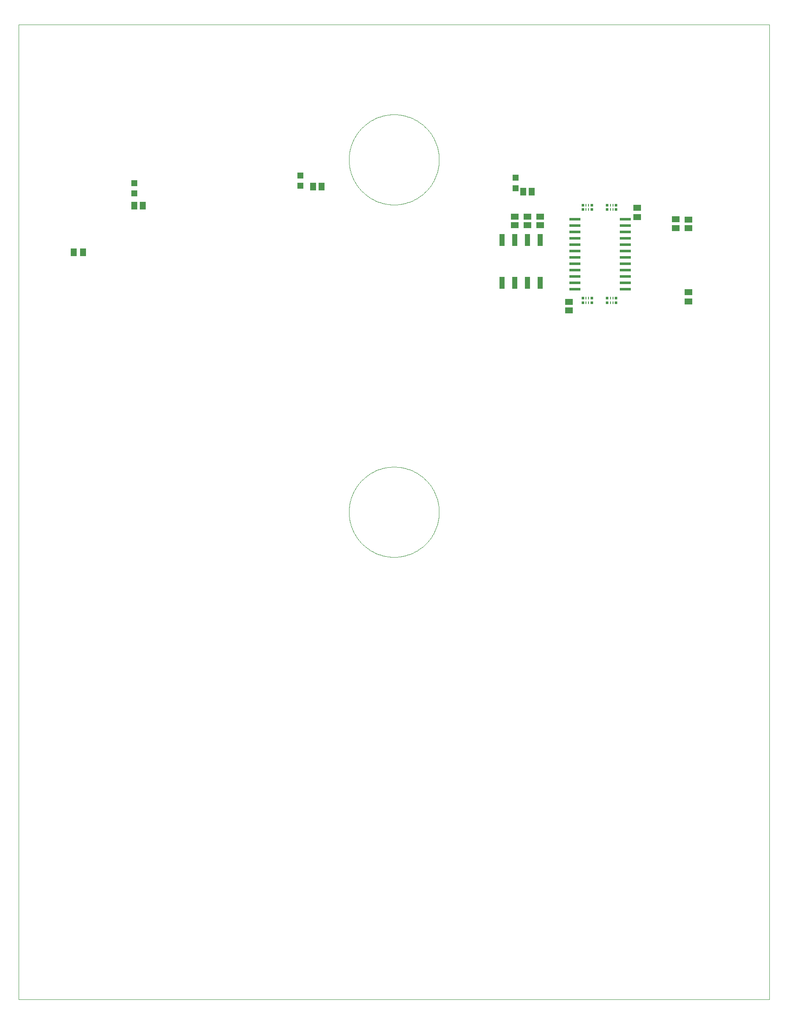
<source format=gtp>
G04 EAGLE Gerber X2 export*
%TF.Part,Single*%
%TF.FileFunction,Other,Solder paste top*%
%TF.FilePolarity,Positive*%
%TF.GenerationSoftware,Autodesk,EAGLE,9.1.1*%
%TF.CreationDate,2018-08-10T14:31:17Z*%
G75*
%MOMM*%
%FSLAX34Y34*%
%LPD*%
%AMOC8*
5,1,8,0,0,1.08239X$1,22.5*%
G01*
%ADD10C,0.001000*%
%ADD11R,1.500000X1.300000*%
%ADD12R,2.209800X0.609600*%
%ADD13R,1.130000X2.440000*%
%ADD14R,0.525000X0.500000*%
%ADD15R,0.250000X0.500000*%
%ADD16R,1.300000X1.500000*%
%ADD17R,1.200000X1.200000*%


D10*
X-100000Y0D02*
X1400000Y0D01*
X1400000Y1947239D01*
X-100000Y1947239D01*
X-100000Y0D01*
X560000Y973620D02*
X560027Y975829D01*
X560108Y978036D01*
X560244Y980241D01*
X560433Y982442D01*
X560677Y984637D01*
X560974Y986826D01*
X561325Y989007D01*
X561729Y991178D01*
X562187Y993339D01*
X562697Y995488D01*
X563260Y997624D01*
X563875Y999746D01*
X564542Y1001851D01*
X565261Y1003940D01*
X566031Y1006011D01*
X566851Y1008062D01*
X567721Y1010092D01*
X568641Y1012100D01*
X569610Y1014085D01*
X570627Y1016046D01*
X571692Y1017981D01*
X572804Y1019889D01*
X573963Y1021770D01*
X575168Y1023621D01*
X576417Y1025443D01*
X577711Y1027233D01*
X579049Y1028991D01*
X580429Y1030715D01*
X581851Y1032406D01*
X583314Y1034060D01*
X584818Y1035679D01*
X586360Y1037260D01*
X587941Y1038802D01*
X589560Y1040306D01*
X591214Y1041769D01*
X592905Y1043191D01*
X594629Y1044571D01*
X596387Y1045909D01*
X598177Y1047203D01*
X599999Y1048452D01*
X601850Y1049657D01*
X603731Y1050816D01*
X605639Y1051928D01*
X607574Y1052993D01*
X609535Y1054010D01*
X611520Y1054979D01*
X613528Y1055899D01*
X615558Y1056769D01*
X617609Y1057589D01*
X619680Y1058359D01*
X621769Y1059078D01*
X623874Y1059745D01*
X625996Y1060360D01*
X628132Y1060923D01*
X630281Y1061433D01*
X632442Y1061891D01*
X634613Y1062295D01*
X636794Y1062646D01*
X638983Y1062943D01*
X641178Y1063187D01*
X643379Y1063376D01*
X645584Y1063512D01*
X647791Y1063593D01*
X650000Y1063620D01*
X652209Y1063593D01*
X654416Y1063512D01*
X656621Y1063376D01*
X658822Y1063187D01*
X661017Y1062943D01*
X663206Y1062646D01*
X665387Y1062295D01*
X667558Y1061891D01*
X669719Y1061433D01*
X671868Y1060923D01*
X674004Y1060360D01*
X676126Y1059745D01*
X678231Y1059078D01*
X680320Y1058359D01*
X682391Y1057589D01*
X684442Y1056769D01*
X686472Y1055899D01*
X688480Y1054979D01*
X690465Y1054010D01*
X692426Y1052993D01*
X694361Y1051928D01*
X696269Y1050816D01*
X698150Y1049657D01*
X700001Y1048452D01*
X701823Y1047203D01*
X703613Y1045909D01*
X705371Y1044571D01*
X707095Y1043191D01*
X708786Y1041769D01*
X710440Y1040306D01*
X712059Y1038802D01*
X713640Y1037260D01*
X715182Y1035679D01*
X716686Y1034060D01*
X718149Y1032406D01*
X719571Y1030715D01*
X720951Y1028991D01*
X722289Y1027233D01*
X723583Y1025443D01*
X724832Y1023621D01*
X726037Y1021770D01*
X727196Y1019889D01*
X728308Y1017981D01*
X729373Y1016046D01*
X730390Y1014085D01*
X731359Y1012100D01*
X732279Y1010092D01*
X733149Y1008062D01*
X733969Y1006011D01*
X734739Y1003940D01*
X735458Y1001851D01*
X736125Y999746D01*
X736740Y997624D01*
X737303Y995488D01*
X737813Y993339D01*
X738271Y991178D01*
X738675Y989007D01*
X739026Y986826D01*
X739323Y984637D01*
X739567Y982442D01*
X739756Y980241D01*
X739892Y978036D01*
X739973Y975829D01*
X740000Y973620D01*
X739973Y971411D01*
X739892Y969204D01*
X739756Y966999D01*
X739567Y964798D01*
X739323Y962603D01*
X739026Y960414D01*
X738675Y958233D01*
X738271Y956062D01*
X737813Y953901D01*
X737303Y951752D01*
X736740Y949616D01*
X736125Y947494D01*
X735458Y945389D01*
X734739Y943300D01*
X733969Y941229D01*
X733149Y939178D01*
X732279Y937148D01*
X731359Y935140D01*
X730390Y933155D01*
X729373Y931194D01*
X728308Y929259D01*
X727196Y927351D01*
X726037Y925470D01*
X724832Y923619D01*
X723583Y921797D01*
X722289Y920007D01*
X720951Y918249D01*
X719571Y916525D01*
X718149Y914834D01*
X716686Y913180D01*
X715182Y911561D01*
X713640Y909980D01*
X712059Y908438D01*
X710440Y906934D01*
X708786Y905471D01*
X707095Y904049D01*
X705371Y902669D01*
X703613Y901331D01*
X701823Y900037D01*
X700001Y898788D01*
X698150Y897583D01*
X696269Y896424D01*
X694361Y895312D01*
X692426Y894247D01*
X690465Y893230D01*
X688480Y892261D01*
X686472Y891341D01*
X684442Y890471D01*
X682391Y889651D01*
X680320Y888881D01*
X678231Y888162D01*
X676126Y887495D01*
X674004Y886880D01*
X671868Y886317D01*
X669719Y885807D01*
X667558Y885349D01*
X665387Y884945D01*
X663206Y884594D01*
X661017Y884297D01*
X658822Y884053D01*
X656621Y883864D01*
X654416Y883728D01*
X652209Y883647D01*
X650000Y883620D01*
X647791Y883647D01*
X645584Y883728D01*
X643379Y883864D01*
X641178Y884053D01*
X638983Y884297D01*
X636794Y884594D01*
X634613Y884945D01*
X632442Y885349D01*
X630281Y885807D01*
X628132Y886317D01*
X625996Y886880D01*
X623874Y887495D01*
X621769Y888162D01*
X619680Y888881D01*
X617609Y889651D01*
X615558Y890471D01*
X613528Y891341D01*
X611520Y892261D01*
X609535Y893230D01*
X607574Y894247D01*
X605639Y895312D01*
X603731Y896424D01*
X601850Y897583D01*
X599999Y898788D01*
X598177Y900037D01*
X596387Y901331D01*
X594629Y902669D01*
X592905Y904049D01*
X591214Y905471D01*
X589560Y906934D01*
X587941Y908438D01*
X586360Y909980D01*
X584818Y911561D01*
X583314Y913180D01*
X581851Y914834D01*
X580429Y916525D01*
X579049Y918249D01*
X577711Y920007D01*
X576417Y921797D01*
X575168Y923619D01*
X573963Y925470D01*
X572804Y927351D01*
X571692Y929259D01*
X570627Y931194D01*
X569610Y933155D01*
X568641Y935140D01*
X567721Y937148D01*
X566851Y939178D01*
X566031Y941229D01*
X565261Y943300D01*
X564542Y945389D01*
X563875Y947494D01*
X563260Y949616D01*
X562697Y951752D01*
X562187Y953901D01*
X561729Y956062D01*
X561325Y958233D01*
X560974Y960414D01*
X560677Y962603D01*
X560433Y964798D01*
X560244Y966999D01*
X560108Y969204D01*
X560027Y971411D01*
X560000Y973620D01*
X560000Y1677239D02*
X560027Y1679448D01*
X560108Y1681655D01*
X560244Y1683860D01*
X560433Y1686061D01*
X560677Y1688256D01*
X560974Y1690445D01*
X561325Y1692626D01*
X561729Y1694797D01*
X562187Y1696958D01*
X562697Y1699107D01*
X563260Y1701243D01*
X563875Y1703365D01*
X564542Y1705470D01*
X565261Y1707559D01*
X566031Y1709630D01*
X566851Y1711681D01*
X567721Y1713711D01*
X568641Y1715719D01*
X569610Y1717704D01*
X570627Y1719665D01*
X571692Y1721600D01*
X572804Y1723508D01*
X573963Y1725389D01*
X575168Y1727240D01*
X576417Y1729062D01*
X577711Y1730852D01*
X579049Y1732610D01*
X580429Y1734334D01*
X581851Y1736025D01*
X583314Y1737679D01*
X584818Y1739298D01*
X586360Y1740879D01*
X587941Y1742421D01*
X589560Y1743925D01*
X591214Y1745388D01*
X592905Y1746810D01*
X594629Y1748190D01*
X596387Y1749528D01*
X598177Y1750822D01*
X599999Y1752071D01*
X601850Y1753276D01*
X603731Y1754435D01*
X605639Y1755547D01*
X607574Y1756612D01*
X609535Y1757629D01*
X611520Y1758598D01*
X613528Y1759518D01*
X615558Y1760388D01*
X617609Y1761208D01*
X619680Y1761978D01*
X621769Y1762697D01*
X623874Y1763364D01*
X625996Y1763979D01*
X628132Y1764542D01*
X630281Y1765052D01*
X632442Y1765510D01*
X634613Y1765914D01*
X636794Y1766265D01*
X638983Y1766562D01*
X641178Y1766806D01*
X643379Y1766995D01*
X645584Y1767131D01*
X647791Y1767212D01*
X650000Y1767239D01*
X652209Y1767212D01*
X654416Y1767131D01*
X656621Y1766995D01*
X658822Y1766806D01*
X661017Y1766562D01*
X663206Y1766265D01*
X665387Y1765914D01*
X667558Y1765510D01*
X669719Y1765052D01*
X671868Y1764542D01*
X674004Y1763979D01*
X676126Y1763364D01*
X678231Y1762697D01*
X680320Y1761978D01*
X682391Y1761208D01*
X684442Y1760388D01*
X686472Y1759518D01*
X688480Y1758598D01*
X690465Y1757629D01*
X692426Y1756612D01*
X694361Y1755547D01*
X696269Y1754435D01*
X698150Y1753276D01*
X700001Y1752071D01*
X701823Y1750822D01*
X703613Y1749528D01*
X705371Y1748190D01*
X707095Y1746810D01*
X708786Y1745388D01*
X710440Y1743925D01*
X712059Y1742421D01*
X713640Y1740879D01*
X715182Y1739298D01*
X716686Y1737679D01*
X718149Y1736025D01*
X719571Y1734334D01*
X720951Y1732610D01*
X722289Y1730852D01*
X723583Y1729062D01*
X724832Y1727240D01*
X726037Y1725389D01*
X727196Y1723508D01*
X728308Y1721600D01*
X729373Y1719665D01*
X730390Y1717704D01*
X731359Y1715719D01*
X732279Y1713711D01*
X733149Y1711681D01*
X733969Y1709630D01*
X734739Y1707559D01*
X735458Y1705470D01*
X736125Y1703365D01*
X736740Y1701243D01*
X737303Y1699107D01*
X737813Y1696958D01*
X738271Y1694797D01*
X738675Y1692626D01*
X739026Y1690445D01*
X739323Y1688256D01*
X739567Y1686061D01*
X739756Y1683860D01*
X739892Y1681655D01*
X739973Y1679448D01*
X740000Y1677239D01*
X739973Y1675030D01*
X739892Y1672823D01*
X739756Y1670618D01*
X739567Y1668417D01*
X739323Y1666222D01*
X739026Y1664033D01*
X738675Y1661852D01*
X738271Y1659681D01*
X737813Y1657520D01*
X737303Y1655371D01*
X736740Y1653235D01*
X736125Y1651113D01*
X735458Y1649008D01*
X734739Y1646919D01*
X733969Y1644848D01*
X733149Y1642797D01*
X732279Y1640767D01*
X731359Y1638759D01*
X730390Y1636774D01*
X729373Y1634813D01*
X728308Y1632878D01*
X727196Y1630970D01*
X726037Y1629089D01*
X724832Y1627238D01*
X723583Y1625416D01*
X722289Y1623626D01*
X720951Y1621868D01*
X719571Y1620144D01*
X718149Y1618453D01*
X716686Y1616799D01*
X715182Y1615180D01*
X713640Y1613599D01*
X712059Y1612057D01*
X710440Y1610553D01*
X708786Y1609090D01*
X707095Y1607668D01*
X705371Y1606288D01*
X703613Y1604950D01*
X701823Y1603656D01*
X700001Y1602407D01*
X698150Y1601202D01*
X696269Y1600043D01*
X694361Y1598931D01*
X692426Y1597866D01*
X690465Y1596849D01*
X688480Y1595880D01*
X686472Y1594960D01*
X684442Y1594090D01*
X682391Y1593270D01*
X680320Y1592500D01*
X678231Y1591781D01*
X676126Y1591114D01*
X674004Y1590499D01*
X671868Y1589936D01*
X669719Y1589426D01*
X667558Y1588968D01*
X665387Y1588564D01*
X663206Y1588213D01*
X661017Y1587916D01*
X658822Y1587672D01*
X656621Y1587483D01*
X654416Y1587347D01*
X652209Y1587266D01*
X650000Y1587239D01*
X647791Y1587266D01*
X645584Y1587347D01*
X643379Y1587483D01*
X641178Y1587672D01*
X638983Y1587916D01*
X636794Y1588213D01*
X634613Y1588564D01*
X632442Y1588968D01*
X630281Y1589426D01*
X628132Y1589936D01*
X625996Y1590499D01*
X623874Y1591114D01*
X621769Y1591781D01*
X619680Y1592500D01*
X617609Y1593270D01*
X615558Y1594090D01*
X613528Y1594960D01*
X611520Y1595880D01*
X609535Y1596849D01*
X607574Y1597866D01*
X605639Y1598931D01*
X603731Y1600043D01*
X601850Y1601202D01*
X599999Y1602407D01*
X598177Y1603656D01*
X596387Y1604950D01*
X594629Y1606288D01*
X592905Y1607668D01*
X591214Y1609090D01*
X589560Y1610553D01*
X587941Y1612057D01*
X586360Y1613599D01*
X584818Y1615180D01*
X583314Y1616799D01*
X581851Y1618453D01*
X580429Y1620144D01*
X579049Y1621868D01*
X577711Y1623626D01*
X576417Y1625416D01*
X575168Y1627238D01*
X573963Y1629089D01*
X572804Y1630970D01*
X571692Y1632878D01*
X570627Y1634813D01*
X569610Y1636774D01*
X568641Y1638759D01*
X567721Y1640767D01*
X566851Y1642797D01*
X566031Y1644848D01*
X565261Y1646919D01*
X564542Y1649008D01*
X563875Y1651113D01*
X563260Y1653235D01*
X562697Y1655371D01*
X562187Y1657520D01*
X561729Y1659681D01*
X561325Y1661852D01*
X560974Y1664033D01*
X560677Y1666222D01*
X560433Y1668417D01*
X560244Y1670618D01*
X560108Y1672823D01*
X560027Y1675030D01*
X560000Y1677239D01*
D11*
X1238584Y1540799D03*
X1238584Y1557799D03*
X1212850Y1540900D03*
X1212850Y1557900D03*
X999664Y1393536D03*
X999664Y1376536D03*
D12*
X1011408Y1558450D03*
X1011408Y1545750D03*
X1011408Y1533050D03*
X1011408Y1520350D03*
X1011408Y1507650D03*
X1011408Y1494950D03*
X1011408Y1482250D03*
X1011408Y1469550D03*
X1011408Y1456850D03*
X1011408Y1444150D03*
X1111992Y1456850D03*
X1111992Y1444150D03*
X1111992Y1431450D03*
X1111992Y1418750D03*
X1011408Y1418750D03*
X1011408Y1431450D03*
X1111992Y1469550D03*
X1111992Y1482250D03*
X1111992Y1494950D03*
X1111992Y1507650D03*
X1111992Y1520350D03*
X1111992Y1533050D03*
X1111992Y1545750D03*
X1111992Y1558450D03*
D13*
X865850Y1431150D03*
X891250Y1431150D03*
X916650Y1431150D03*
X942050Y1431150D03*
X942050Y1517150D03*
X916650Y1517150D03*
X891250Y1517150D03*
X865850Y1517150D03*
D11*
X891206Y1563208D03*
X891206Y1546208D03*
X916606Y1563208D03*
X916606Y1546208D03*
X942072Y1563236D03*
X942072Y1546236D03*
D14*
X1027589Y1577494D03*
D15*
X1033839Y1577494D03*
X1038839Y1577494D03*
D14*
X1045089Y1577494D03*
X1045089Y1586494D03*
D15*
X1038839Y1586494D03*
X1033839Y1586494D03*
D14*
X1027589Y1586494D03*
X1093471Y1400656D03*
D15*
X1087221Y1400656D03*
X1082221Y1400656D03*
D14*
X1075971Y1400656D03*
X1075971Y1391656D03*
D15*
X1082221Y1391656D03*
X1087221Y1391656D03*
D14*
X1093471Y1391656D03*
X1076071Y1577488D03*
D15*
X1082321Y1577488D03*
X1087321Y1577488D03*
D14*
X1093571Y1577488D03*
X1093571Y1586488D03*
D15*
X1087321Y1586488D03*
X1082321Y1586488D03*
D14*
X1076071Y1586488D03*
X1044965Y1400789D03*
D15*
X1038715Y1400789D03*
X1033715Y1400789D03*
D14*
X1027465Y1400789D03*
X1027465Y1391789D03*
D15*
X1033715Y1391789D03*
X1038715Y1391789D03*
D14*
X1044965Y1391789D03*
D16*
X147847Y1585283D03*
X130847Y1585283D03*
D17*
X130800Y1609600D03*
X130800Y1630600D03*
D16*
X924932Y1613408D03*
X907932Y1613408D03*
D17*
X892810Y1620180D03*
X892810Y1641180D03*
D16*
X505070Y1623695D03*
X488070Y1623695D03*
D17*
X462407Y1624752D03*
X462407Y1645752D03*
D11*
X1238250Y1412850D03*
X1238250Y1393850D03*
X1135634Y1581125D03*
X1135634Y1562125D03*
D16*
X28550Y1492250D03*
X9550Y1492250D03*
M02*

</source>
